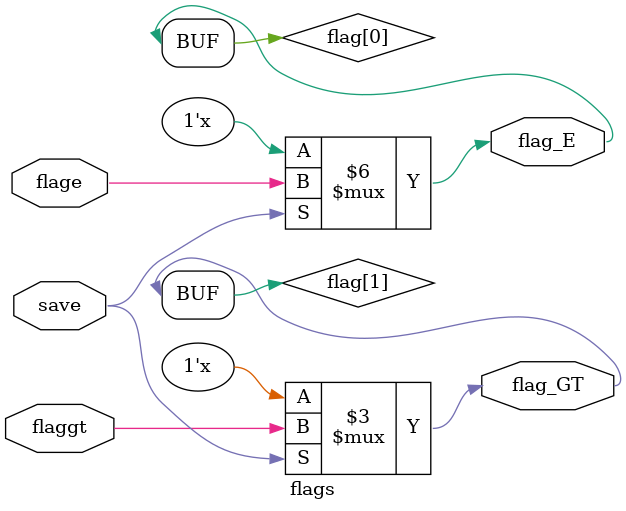
<source format=v>
module aludesign(clk,aluSignals,op1,op2,immx,isImmediate,aluResult);
output reg [31:0] aluResult;
input clk;
input wire [31:0] op1;
input wire [31:0] op2;
input wire [31:0] immx;
input wire [4:0] aluSignals ;
input wire isImmediate;
reg flags_E,flags_GT;
wire [31:0] A;
wire [31:0] B;
assign A=op1;
assign B = (isImmediate) ? immx : op2;
always@(*)
begin
case (aluSignals)
5'b00000:aluResult=A+B;
5'b00001:aluResult=A-B;
//5'b00010:c=
//5'b00011:
5'b00100:aluResult=A%B;
5'b00101:
begin
if(A>B)
flags_GT=1'b1;
else 
flags_GT=1'b0;
if(A==B)
flags_E=1'b1;
else 
flags_E=1'b0;
end

5'b00110: aluResult=A&B;
5'b00111:aluResult=A|B;
5'b01000:aluResult=(~B);
5'b01001:aluResult=B;
5'b01010:aluResult=A<<B;
5'b01011:aluResult=A>>B;
5'b01100:aluResult=A>>>B;
//5'b01101:
5'b01110:aluResult=A+B;
5'b01111:aluResult=A+B;
//5'b10000:
//5'b10001:
/*5'b10010:
5'b10011:
5'b10100:*/
default:aluResult=aluResult;
endcase
end
 flags g1(1'b1,flag_E,flag_GT,flag_E,flag_GT);
endmodule

module flags(save,flage,flaggt,flag_E,flag_GT);
input wire flage,flaggt;
reg flag[0:1];
input wire save;
 output wire flag_E,flag_GT;
assign flag_E=flag[0];
assign flag_GT=flag[1];
always@(*)
if(save)
begin
flag[0]=flage;
flag[1]=flaggt;
end
endmodule

   













</source>
